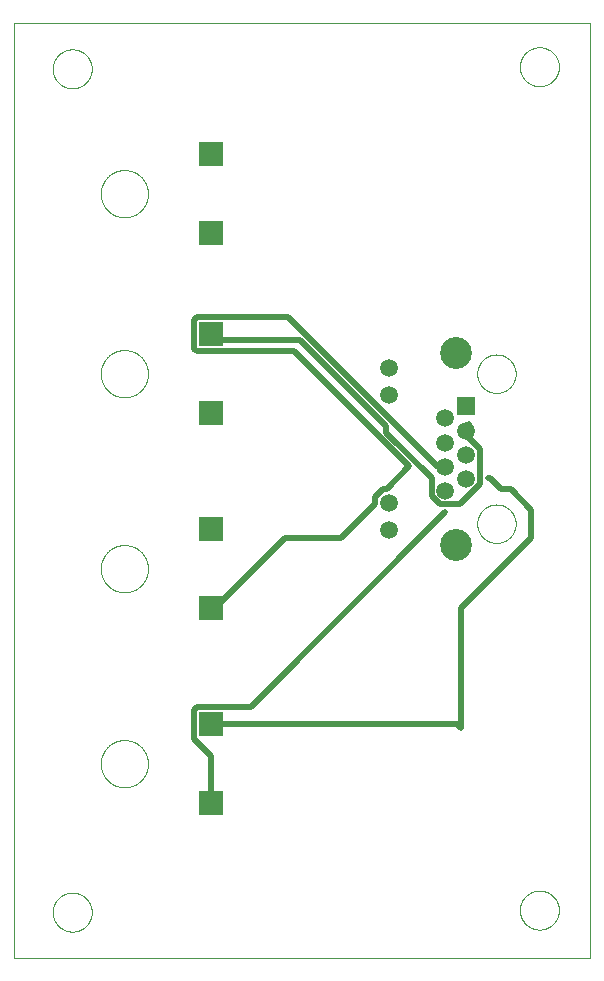
<source format=gbl>
G75*
%MOIN*%
%OFA0B0*%
%FSLAX25Y25*%
%IPPOS*%
%LPD*%
%AMOC8*
5,1,8,0,0,1.08239X$1,22.5*
%
%ADD10C,0.00000*%
%ADD11R,0.05937X0.05937*%
%ADD12C,0.05937*%
%ADD13C,0.10630*%
%ADD14R,0.08268X0.08268*%
%ADD15C,0.02000*%
D10*
X0001000Y0001000D02*
X0001000Y0312516D01*
X0192831Y0312516D01*
X0192831Y0001000D01*
X0001000Y0001000D01*
X0013791Y0016157D02*
X0013793Y0016318D01*
X0013799Y0016478D01*
X0013809Y0016639D01*
X0013823Y0016799D01*
X0013841Y0016959D01*
X0013862Y0017118D01*
X0013888Y0017277D01*
X0013918Y0017435D01*
X0013951Y0017592D01*
X0013989Y0017749D01*
X0014030Y0017904D01*
X0014075Y0018058D01*
X0014124Y0018211D01*
X0014177Y0018363D01*
X0014233Y0018514D01*
X0014294Y0018663D01*
X0014357Y0018811D01*
X0014425Y0018957D01*
X0014496Y0019101D01*
X0014570Y0019243D01*
X0014648Y0019384D01*
X0014730Y0019522D01*
X0014815Y0019659D01*
X0014903Y0019793D01*
X0014995Y0019925D01*
X0015090Y0020055D01*
X0015188Y0020183D01*
X0015289Y0020308D01*
X0015393Y0020430D01*
X0015500Y0020550D01*
X0015610Y0020667D01*
X0015723Y0020782D01*
X0015839Y0020893D01*
X0015958Y0021002D01*
X0016079Y0021107D01*
X0016203Y0021210D01*
X0016329Y0021310D01*
X0016457Y0021406D01*
X0016588Y0021499D01*
X0016722Y0021589D01*
X0016857Y0021676D01*
X0016995Y0021759D01*
X0017134Y0021839D01*
X0017276Y0021915D01*
X0017419Y0021988D01*
X0017564Y0022057D01*
X0017711Y0022123D01*
X0017859Y0022185D01*
X0018009Y0022243D01*
X0018160Y0022298D01*
X0018313Y0022349D01*
X0018467Y0022396D01*
X0018622Y0022439D01*
X0018778Y0022478D01*
X0018934Y0022514D01*
X0019092Y0022545D01*
X0019250Y0022573D01*
X0019409Y0022597D01*
X0019569Y0022617D01*
X0019729Y0022633D01*
X0019889Y0022645D01*
X0020050Y0022653D01*
X0020211Y0022657D01*
X0020371Y0022657D01*
X0020532Y0022653D01*
X0020693Y0022645D01*
X0020853Y0022633D01*
X0021013Y0022617D01*
X0021173Y0022597D01*
X0021332Y0022573D01*
X0021490Y0022545D01*
X0021648Y0022514D01*
X0021804Y0022478D01*
X0021960Y0022439D01*
X0022115Y0022396D01*
X0022269Y0022349D01*
X0022422Y0022298D01*
X0022573Y0022243D01*
X0022723Y0022185D01*
X0022871Y0022123D01*
X0023018Y0022057D01*
X0023163Y0021988D01*
X0023306Y0021915D01*
X0023448Y0021839D01*
X0023587Y0021759D01*
X0023725Y0021676D01*
X0023860Y0021589D01*
X0023994Y0021499D01*
X0024125Y0021406D01*
X0024253Y0021310D01*
X0024379Y0021210D01*
X0024503Y0021107D01*
X0024624Y0021002D01*
X0024743Y0020893D01*
X0024859Y0020782D01*
X0024972Y0020667D01*
X0025082Y0020550D01*
X0025189Y0020430D01*
X0025293Y0020308D01*
X0025394Y0020183D01*
X0025492Y0020055D01*
X0025587Y0019925D01*
X0025679Y0019793D01*
X0025767Y0019659D01*
X0025852Y0019522D01*
X0025934Y0019384D01*
X0026012Y0019243D01*
X0026086Y0019101D01*
X0026157Y0018957D01*
X0026225Y0018811D01*
X0026288Y0018663D01*
X0026349Y0018514D01*
X0026405Y0018363D01*
X0026458Y0018211D01*
X0026507Y0018058D01*
X0026552Y0017904D01*
X0026593Y0017749D01*
X0026631Y0017592D01*
X0026664Y0017435D01*
X0026694Y0017277D01*
X0026720Y0017118D01*
X0026741Y0016959D01*
X0026759Y0016799D01*
X0026773Y0016639D01*
X0026783Y0016478D01*
X0026789Y0016318D01*
X0026791Y0016157D01*
X0026789Y0015996D01*
X0026783Y0015836D01*
X0026773Y0015675D01*
X0026759Y0015515D01*
X0026741Y0015355D01*
X0026720Y0015196D01*
X0026694Y0015037D01*
X0026664Y0014879D01*
X0026631Y0014722D01*
X0026593Y0014565D01*
X0026552Y0014410D01*
X0026507Y0014256D01*
X0026458Y0014103D01*
X0026405Y0013951D01*
X0026349Y0013800D01*
X0026288Y0013651D01*
X0026225Y0013503D01*
X0026157Y0013357D01*
X0026086Y0013213D01*
X0026012Y0013071D01*
X0025934Y0012930D01*
X0025852Y0012792D01*
X0025767Y0012655D01*
X0025679Y0012521D01*
X0025587Y0012389D01*
X0025492Y0012259D01*
X0025394Y0012131D01*
X0025293Y0012006D01*
X0025189Y0011884D01*
X0025082Y0011764D01*
X0024972Y0011647D01*
X0024859Y0011532D01*
X0024743Y0011421D01*
X0024624Y0011312D01*
X0024503Y0011207D01*
X0024379Y0011104D01*
X0024253Y0011004D01*
X0024125Y0010908D01*
X0023994Y0010815D01*
X0023860Y0010725D01*
X0023725Y0010638D01*
X0023587Y0010555D01*
X0023448Y0010475D01*
X0023306Y0010399D01*
X0023163Y0010326D01*
X0023018Y0010257D01*
X0022871Y0010191D01*
X0022723Y0010129D01*
X0022573Y0010071D01*
X0022422Y0010016D01*
X0022269Y0009965D01*
X0022115Y0009918D01*
X0021960Y0009875D01*
X0021804Y0009836D01*
X0021648Y0009800D01*
X0021490Y0009769D01*
X0021332Y0009741D01*
X0021173Y0009717D01*
X0021013Y0009697D01*
X0020853Y0009681D01*
X0020693Y0009669D01*
X0020532Y0009661D01*
X0020371Y0009657D01*
X0020211Y0009657D01*
X0020050Y0009661D01*
X0019889Y0009669D01*
X0019729Y0009681D01*
X0019569Y0009697D01*
X0019409Y0009717D01*
X0019250Y0009741D01*
X0019092Y0009769D01*
X0018934Y0009800D01*
X0018778Y0009836D01*
X0018622Y0009875D01*
X0018467Y0009918D01*
X0018313Y0009965D01*
X0018160Y0010016D01*
X0018009Y0010071D01*
X0017859Y0010129D01*
X0017711Y0010191D01*
X0017564Y0010257D01*
X0017419Y0010326D01*
X0017276Y0010399D01*
X0017134Y0010475D01*
X0016995Y0010555D01*
X0016857Y0010638D01*
X0016722Y0010725D01*
X0016588Y0010815D01*
X0016457Y0010908D01*
X0016329Y0011004D01*
X0016203Y0011104D01*
X0016079Y0011207D01*
X0015958Y0011312D01*
X0015839Y0011421D01*
X0015723Y0011532D01*
X0015610Y0011647D01*
X0015500Y0011764D01*
X0015393Y0011884D01*
X0015289Y0012006D01*
X0015188Y0012131D01*
X0015090Y0012259D01*
X0014995Y0012389D01*
X0014903Y0012521D01*
X0014815Y0012655D01*
X0014730Y0012792D01*
X0014648Y0012930D01*
X0014570Y0013071D01*
X0014496Y0013213D01*
X0014425Y0013357D01*
X0014357Y0013503D01*
X0014294Y0013651D01*
X0014233Y0013800D01*
X0014177Y0013951D01*
X0014124Y0014103D01*
X0014075Y0014256D01*
X0014030Y0014410D01*
X0013989Y0014565D01*
X0013951Y0014722D01*
X0013918Y0014879D01*
X0013888Y0015037D01*
X0013862Y0015196D01*
X0013841Y0015355D01*
X0013823Y0015515D01*
X0013809Y0015675D01*
X0013799Y0015836D01*
X0013793Y0015996D01*
X0013791Y0016157D01*
X0029799Y0065646D02*
X0029801Y0065839D01*
X0029808Y0066032D01*
X0029820Y0066225D01*
X0029837Y0066418D01*
X0029858Y0066610D01*
X0029884Y0066801D01*
X0029915Y0066992D01*
X0029950Y0067182D01*
X0029990Y0067371D01*
X0030035Y0067559D01*
X0030084Y0067746D01*
X0030138Y0067932D01*
X0030196Y0068116D01*
X0030259Y0068299D01*
X0030327Y0068480D01*
X0030398Y0068659D01*
X0030475Y0068837D01*
X0030555Y0069013D01*
X0030640Y0069186D01*
X0030729Y0069358D01*
X0030822Y0069527D01*
X0030919Y0069694D01*
X0031021Y0069859D01*
X0031126Y0070021D01*
X0031235Y0070180D01*
X0031349Y0070337D01*
X0031466Y0070490D01*
X0031586Y0070641D01*
X0031711Y0070789D01*
X0031839Y0070934D01*
X0031970Y0071075D01*
X0032105Y0071214D01*
X0032244Y0071349D01*
X0032385Y0071480D01*
X0032530Y0071608D01*
X0032678Y0071733D01*
X0032829Y0071853D01*
X0032982Y0071970D01*
X0033139Y0072084D01*
X0033298Y0072193D01*
X0033460Y0072298D01*
X0033625Y0072400D01*
X0033792Y0072497D01*
X0033961Y0072590D01*
X0034133Y0072679D01*
X0034306Y0072764D01*
X0034482Y0072844D01*
X0034660Y0072921D01*
X0034839Y0072992D01*
X0035020Y0073060D01*
X0035203Y0073123D01*
X0035387Y0073181D01*
X0035573Y0073235D01*
X0035760Y0073284D01*
X0035948Y0073329D01*
X0036137Y0073369D01*
X0036327Y0073404D01*
X0036518Y0073435D01*
X0036709Y0073461D01*
X0036901Y0073482D01*
X0037094Y0073499D01*
X0037287Y0073511D01*
X0037480Y0073518D01*
X0037673Y0073520D01*
X0037866Y0073518D01*
X0038059Y0073511D01*
X0038252Y0073499D01*
X0038445Y0073482D01*
X0038637Y0073461D01*
X0038828Y0073435D01*
X0039019Y0073404D01*
X0039209Y0073369D01*
X0039398Y0073329D01*
X0039586Y0073284D01*
X0039773Y0073235D01*
X0039959Y0073181D01*
X0040143Y0073123D01*
X0040326Y0073060D01*
X0040507Y0072992D01*
X0040686Y0072921D01*
X0040864Y0072844D01*
X0041040Y0072764D01*
X0041213Y0072679D01*
X0041385Y0072590D01*
X0041554Y0072497D01*
X0041721Y0072400D01*
X0041886Y0072298D01*
X0042048Y0072193D01*
X0042207Y0072084D01*
X0042364Y0071970D01*
X0042517Y0071853D01*
X0042668Y0071733D01*
X0042816Y0071608D01*
X0042961Y0071480D01*
X0043102Y0071349D01*
X0043241Y0071214D01*
X0043376Y0071075D01*
X0043507Y0070934D01*
X0043635Y0070789D01*
X0043760Y0070641D01*
X0043880Y0070490D01*
X0043997Y0070337D01*
X0044111Y0070180D01*
X0044220Y0070021D01*
X0044325Y0069859D01*
X0044427Y0069694D01*
X0044524Y0069527D01*
X0044617Y0069358D01*
X0044706Y0069186D01*
X0044791Y0069013D01*
X0044871Y0068837D01*
X0044948Y0068659D01*
X0045019Y0068480D01*
X0045087Y0068299D01*
X0045150Y0068116D01*
X0045208Y0067932D01*
X0045262Y0067746D01*
X0045311Y0067559D01*
X0045356Y0067371D01*
X0045396Y0067182D01*
X0045431Y0066992D01*
X0045462Y0066801D01*
X0045488Y0066610D01*
X0045509Y0066418D01*
X0045526Y0066225D01*
X0045538Y0066032D01*
X0045545Y0065839D01*
X0045547Y0065646D01*
X0045545Y0065453D01*
X0045538Y0065260D01*
X0045526Y0065067D01*
X0045509Y0064874D01*
X0045488Y0064682D01*
X0045462Y0064491D01*
X0045431Y0064300D01*
X0045396Y0064110D01*
X0045356Y0063921D01*
X0045311Y0063733D01*
X0045262Y0063546D01*
X0045208Y0063360D01*
X0045150Y0063176D01*
X0045087Y0062993D01*
X0045019Y0062812D01*
X0044948Y0062633D01*
X0044871Y0062455D01*
X0044791Y0062279D01*
X0044706Y0062106D01*
X0044617Y0061934D01*
X0044524Y0061765D01*
X0044427Y0061598D01*
X0044325Y0061433D01*
X0044220Y0061271D01*
X0044111Y0061112D01*
X0043997Y0060955D01*
X0043880Y0060802D01*
X0043760Y0060651D01*
X0043635Y0060503D01*
X0043507Y0060358D01*
X0043376Y0060217D01*
X0043241Y0060078D01*
X0043102Y0059943D01*
X0042961Y0059812D01*
X0042816Y0059684D01*
X0042668Y0059559D01*
X0042517Y0059439D01*
X0042364Y0059322D01*
X0042207Y0059208D01*
X0042048Y0059099D01*
X0041886Y0058994D01*
X0041721Y0058892D01*
X0041554Y0058795D01*
X0041385Y0058702D01*
X0041213Y0058613D01*
X0041040Y0058528D01*
X0040864Y0058448D01*
X0040686Y0058371D01*
X0040507Y0058300D01*
X0040326Y0058232D01*
X0040143Y0058169D01*
X0039959Y0058111D01*
X0039773Y0058057D01*
X0039586Y0058008D01*
X0039398Y0057963D01*
X0039209Y0057923D01*
X0039019Y0057888D01*
X0038828Y0057857D01*
X0038637Y0057831D01*
X0038445Y0057810D01*
X0038252Y0057793D01*
X0038059Y0057781D01*
X0037866Y0057774D01*
X0037673Y0057772D01*
X0037480Y0057774D01*
X0037287Y0057781D01*
X0037094Y0057793D01*
X0036901Y0057810D01*
X0036709Y0057831D01*
X0036518Y0057857D01*
X0036327Y0057888D01*
X0036137Y0057923D01*
X0035948Y0057963D01*
X0035760Y0058008D01*
X0035573Y0058057D01*
X0035387Y0058111D01*
X0035203Y0058169D01*
X0035020Y0058232D01*
X0034839Y0058300D01*
X0034660Y0058371D01*
X0034482Y0058448D01*
X0034306Y0058528D01*
X0034133Y0058613D01*
X0033961Y0058702D01*
X0033792Y0058795D01*
X0033625Y0058892D01*
X0033460Y0058994D01*
X0033298Y0059099D01*
X0033139Y0059208D01*
X0032982Y0059322D01*
X0032829Y0059439D01*
X0032678Y0059559D01*
X0032530Y0059684D01*
X0032385Y0059812D01*
X0032244Y0059943D01*
X0032105Y0060078D01*
X0031970Y0060217D01*
X0031839Y0060358D01*
X0031711Y0060503D01*
X0031586Y0060651D01*
X0031466Y0060802D01*
X0031349Y0060955D01*
X0031235Y0061112D01*
X0031126Y0061271D01*
X0031021Y0061433D01*
X0030919Y0061598D01*
X0030822Y0061765D01*
X0030729Y0061934D01*
X0030640Y0062106D01*
X0030555Y0062279D01*
X0030475Y0062455D01*
X0030398Y0062633D01*
X0030327Y0062812D01*
X0030259Y0062993D01*
X0030196Y0063176D01*
X0030138Y0063360D01*
X0030084Y0063546D01*
X0030035Y0063733D01*
X0029990Y0063921D01*
X0029950Y0064110D01*
X0029915Y0064300D01*
X0029884Y0064491D01*
X0029858Y0064682D01*
X0029837Y0064874D01*
X0029820Y0065067D01*
X0029808Y0065260D01*
X0029801Y0065453D01*
X0029799Y0065646D01*
X0029799Y0130646D02*
X0029801Y0130839D01*
X0029808Y0131032D01*
X0029820Y0131225D01*
X0029837Y0131418D01*
X0029858Y0131610D01*
X0029884Y0131801D01*
X0029915Y0131992D01*
X0029950Y0132182D01*
X0029990Y0132371D01*
X0030035Y0132559D01*
X0030084Y0132746D01*
X0030138Y0132932D01*
X0030196Y0133116D01*
X0030259Y0133299D01*
X0030327Y0133480D01*
X0030398Y0133659D01*
X0030475Y0133837D01*
X0030555Y0134013D01*
X0030640Y0134186D01*
X0030729Y0134358D01*
X0030822Y0134527D01*
X0030919Y0134694D01*
X0031021Y0134859D01*
X0031126Y0135021D01*
X0031235Y0135180D01*
X0031349Y0135337D01*
X0031466Y0135490D01*
X0031586Y0135641D01*
X0031711Y0135789D01*
X0031839Y0135934D01*
X0031970Y0136075D01*
X0032105Y0136214D01*
X0032244Y0136349D01*
X0032385Y0136480D01*
X0032530Y0136608D01*
X0032678Y0136733D01*
X0032829Y0136853D01*
X0032982Y0136970D01*
X0033139Y0137084D01*
X0033298Y0137193D01*
X0033460Y0137298D01*
X0033625Y0137400D01*
X0033792Y0137497D01*
X0033961Y0137590D01*
X0034133Y0137679D01*
X0034306Y0137764D01*
X0034482Y0137844D01*
X0034660Y0137921D01*
X0034839Y0137992D01*
X0035020Y0138060D01*
X0035203Y0138123D01*
X0035387Y0138181D01*
X0035573Y0138235D01*
X0035760Y0138284D01*
X0035948Y0138329D01*
X0036137Y0138369D01*
X0036327Y0138404D01*
X0036518Y0138435D01*
X0036709Y0138461D01*
X0036901Y0138482D01*
X0037094Y0138499D01*
X0037287Y0138511D01*
X0037480Y0138518D01*
X0037673Y0138520D01*
X0037866Y0138518D01*
X0038059Y0138511D01*
X0038252Y0138499D01*
X0038445Y0138482D01*
X0038637Y0138461D01*
X0038828Y0138435D01*
X0039019Y0138404D01*
X0039209Y0138369D01*
X0039398Y0138329D01*
X0039586Y0138284D01*
X0039773Y0138235D01*
X0039959Y0138181D01*
X0040143Y0138123D01*
X0040326Y0138060D01*
X0040507Y0137992D01*
X0040686Y0137921D01*
X0040864Y0137844D01*
X0041040Y0137764D01*
X0041213Y0137679D01*
X0041385Y0137590D01*
X0041554Y0137497D01*
X0041721Y0137400D01*
X0041886Y0137298D01*
X0042048Y0137193D01*
X0042207Y0137084D01*
X0042364Y0136970D01*
X0042517Y0136853D01*
X0042668Y0136733D01*
X0042816Y0136608D01*
X0042961Y0136480D01*
X0043102Y0136349D01*
X0043241Y0136214D01*
X0043376Y0136075D01*
X0043507Y0135934D01*
X0043635Y0135789D01*
X0043760Y0135641D01*
X0043880Y0135490D01*
X0043997Y0135337D01*
X0044111Y0135180D01*
X0044220Y0135021D01*
X0044325Y0134859D01*
X0044427Y0134694D01*
X0044524Y0134527D01*
X0044617Y0134358D01*
X0044706Y0134186D01*
X0044791Y0134013D01*
X0044871Y0133837D01*
X0044948Y0133659D01*
X0045019Y0133480D01*
X0045087Y0133299D01*
X0045150Y0133116D01*
X0045208Y0132932D01*
X0045262Y0132746D01*
X0045311Y0132559D01*
X0045356Y0132371D01*
X0045396Y0132182D01*
X0045431Y0131992D01*
X0045462Y0131801D01*
X0045488Y0131610D01*
X0045509Y0131418D01*
X0045526Y0131225D01*
X0045538Y0131032D01*
X0045545Y0130839D01*
X0045547Y0130646D01*
X0045545Y0130453D01*
X0045538Y0130260D01*
X0045526Y0130067D01*
X0045509Y0129874D01*
X0045488Y0129682D01*
X0045462Y0129491D01*
X0045431Y0129300D01*
X0045396Y0129110D01*
X0045356Y0128921D01*
X0045311Y0128733D01*
X0045262Y0128546D01*
X0045208Y0128360D01*
X0045150Y0128176D01*
X0045087Y0127993D01*
X0045019Y0127812D01*
X0044948Y0127633D01*
X0044871Y0127455D01*
X0044791Y0127279D01*
X0044706Y0127106D01*
X0044617Y0126934D01*
X0044524Y0126765D01*
X0044427Y0126598D01*
X0044325Y0126433D01*
X0044220Y0126271D01*
X0044111Y0126112D01*
X0043997Y0125955D01*
X0043880Y0125802D01*
X0043760Y0125651D01*
X0043635Y0125503D01*
X0043507Y0125358D01*
X0043376Y0125217D01*
X0043241Y0125078D01*
X0043102Y0124943D01*
X0042961Y0124812D01*
X0042816Y0124684D01*
X0042668Y0124559D01*
X0042517Y0124439D01*
X0042364Y0124322D01*
X0042207Y0124208D01*
X0042048Y0124099D01*
X0041886Y0123994D01*
X0041721Y0123892D01*
X0041554Y0123795D01*
X0041385Y0123702D01*
X0041213Y0123613D01*
X0041040Y0123528D01*
X0040864Y0123448D01*
X0040686Y0123371D01*
X0040507Y0123300D01*
X0040326Y0123232D01*
X0040143Y0123169D01*
X0039959Y0123111D01*
X0039773Y0123057D01*
X0039586Y0123008D01*
X0039398Y0122963D01*
X0039209Y0122923D01*
X0039019Y0122888D01*
X0038828Y0122857D01*
X0038637Y0122831D01*
X0038445Y0122810D01*
X0038252Y0122793D01*
X0038059Y0122781D01*
X0037866Y0122774D01*
X0037673Y0122772D01*
X0037480Y0122774D01*
X0037287Y0122781D01*
X0037094Y0122793D01*
X0036901Y0122810D01*
X0036709Y0122831D01*
X0036518Y0122857D01*
X0036327Y0122888D01*
X0036137Y0122923D01*
X0035948Y0122963D01*
X0035760Y0123008D01*
X0035573Y0123057D01*
X0035387Y0123111D01*
X0035203Y0123169D01*
X0035020Y0123232D01*
X0034839Y0123300D01*
X0034660Y0123371D01*
X0034482Y0123448D01*
X0034306Y0123528D01*
X0034133Y0123613D01*
X0033961Y0123702D01*
X0033792Y0123795D01*
X0033625Y0123892D01*
X0033460Y0123994D01*
X0033298Y0124099D01*
X0033139Y0124208D01*
X0032982Y0124322D01*
X0032829Y0124439D01*
X0032678Y0124559D01*
X0032530Y0124684D01*
X0032385Y0124812D01*
X0032244Y0124943D01*
X0032105Y0125078D01*
X0031970Y0125217D01*
X0031839Y0125358D01*
X0031711Y0125503D01*
X0031586Y0125651D01*
X0031466Y0125802D01*
X0031349Y0125955D01*
X0031235Y0126112D01*
X0031126Y0126271D01*
X0031021Y0126433D01*
X0030919Y0126598D01*
X0030822Y0126765D01*
X0030729Y0126934D01*
X0030640Y0127106D01*
X0030555Y0127279D01*
X0030475Y0127455D01*
X0030398Y0127633D01*
X0030327Y0127812D01*
X0030259Y0127993D01*
X0030196Y0128176D01*
X0030138Y0128360D01*
X0030084Y0128546D01*
X0030035Y0128733D01*
X0029990Y0128921D01*
X0029950Y0129110D01*
X0029915Y0129300D01*
X0029884Y0129491D01*
X0029858Y0129682D01*
X0029837Y0129874D01*
X0029820Y0130067D01*
X0029808Y0130260D01*
X0029801Y0130453D01*
X0029799Y0130646D01*
X0029799Y0195646D02*
X0029801Y0195839D01*
X0029808Y0196032D01*
X0029820Y0196225D01*
X0029837Y0196418D01*
X0029858Y0196610D01*
X0029884Y0196801D01*
X0029915Y0196992D01*
X0029950Y0197182D01*
X0029990Y0197371D01*
X0030035Y0197559D01*
X0030084Y0197746D01*
X0030138Y0197932D01*
X0030196Y0198116D01*
X0030259Y0198299D01*
X0030327Y0198480D01*
X0030398Y0198659D01*
X0030475Y0198837D01*
X0030555Y0199013D01*
X0030640Y0199186D01*
X0030729Y0199358D01*
X0030822Y0199527D01*
X0030919Y0199694D01*
X0031021Y0199859D01*
X0031126Y0200021D01*
X0031235Y0200180D01*
X0031349Y0200337D01*
X0031466Y0200490D01*
X0031586Y0200641D01*
X0031711Y0200789D01*
X0031839Y0200934D01*
X0031970Y0201075D01*
X0032105Y0201214D01*
X0032244Y0201349D01*
X0032385Y0201480D01*
X0032530Y0201608D01*
X0032678Y0201733D01*
X0032829Y0201853D01*
X0032982Y0201970D01*
X0033139Y0202084D01*
X0033298Y0202193D01*
X0033460Y0202298D01*
X0033625Y0202400D01*
X0033792Y0202497D01*
X0033961Y0202590D01*
X0034133Y0202679D01*
X0034306Y0202764D01*
X0034482Y0202844D01*
X0034660Y0202921D01*
X0034839Y0202992D01*
X0035020Y0203060D01*
X0035203Y0203123D01*
X0035387Y0203181D01*
X0035573Y0203235D01*
X0035760Y0203284D01*
X0035948Y0203329D01*
X0036137Y0203369D01*
X0036327Y0203404D01*
X0036518Y0203435D01*
X0036709Y0203461D01*
X0036901Y0203482D01*
X0037094Y0203499D01*
X0037287Y0203511D01*
X0037480Y0203518D01*
X0037673Y0203520D01*
X0037866Y0203518D01*
X0038059Y0203511D01*
X0038252Y0203499D01*
X0038445Y0203482D01*
X0038637Y0203461D01*
X0038828Y0203435D01*
X0039019Y0203404D01*
X0039209Y0203369D01*
X0039398Y0203329D01*
X0039586Y0203284D01*
X0039773Y0203235D01*
X0039959Y0203181D01*
X0040143Y0203123D01*
X0040326Y0203060D01*
X0040507Y0202992D01*
X0040686Y0202921D01*
X0040864Y0202844D01*
X0041040Y0202764D01*
X0041213Y0202679D01*
X0041385Y0202590D01*
X0041554Y0202497D01*
X0041721Y0202400D01*
X0041886Y0202298D01*
X0042048Y0202193D01*
X0042207Y0202084D01*
X0042364Y0201970D01*
X0042517Y0201853D01*
X0042668Y0201733D01*
X0042816Y0201608D01*
X0042961Y0201480D01*
X0043102Y0201349D01*
X0043241Y0201214D01*
X0043376Y0201075D01*
X0043507Y0200934D01*
X0043635Y0200789D01*
X0043760Y0200641D01*
X0043880Y0200490D01*
X0043997Y0200337D01*
X0044111Y0200180D01*
X0044220Y0200021D01*
X0044325Y0199859D01*
X0044427Y0199694D01*
X0044524Y0199527D01*
X0044617Y0199358D01*
X0044706Y0199186D01*
X0044791Y0199013D01*
X0044871Y0198837D01*
X0044948Y0198659D01*
X0045019Y0198480D01*
X0045087Y0198299D01*
X0045150Y0198116D01*
X0045208Y0197932D01*
X0045262Y0197746D01*
X0045311Y0197559D01*
X0045356Y0197371D01*
X0045396Y0197182D01*
X0045431Y0196992D01*
X0045462Y0196801D01*
X0045488Y0196610D01*
X0045509Y0196418D01*
X0045526Y0196225D01*
X0045538Y0196032D01*
X0045545Y0195839D01*
X0045547Y0195646D01*
X0045545Y0195453D01*
X0045538Y0195260D01*
X0045526Y0195067D01*
X0045509Y0194874D01*
X0045488Y0194682D01*
X0045462Y0194491D01*
X0045431Y0194300D01*
X0045396Y0194110D01*
X0045356Y0193921D01*
X0045311Y0193733D01*
X0045262Y0193546D01*
X0045208Y0193360D01*
X0045150Y0193176D01*
X0045087Y0192993D01*
X0045019Y0192812D01*
X0044948Y0192633D01*
X0044871Y0192455D01*
X0044791Y0192279D01*
X0044706Y0192106D01*
X0044617Y0191934D01*
X0044524Y0191765D01*
X0044427Y0191598D01*
X0044325Y0191433D01*
X0044220Y0191271D01*
X0044111Y0191112D01*
X0043997Y0190955D01*
X0043880Y0190802D01*
X0043760Y0190651D01*
X0043635Y0190503D01*
X0043507Y0190358D01*
X0043376Y0190217D01*
X0043241Y0190078D01*
X0043102Y0189943D01*
X0042961Y0189812D01*
X0042816Y0189684D01*
X0042668Y0189559D01*
X0042517Y0189439D01*
X0042364Y0189322D01*
X0042207Y0189208D01*
X0042048Y0189099D01*
X0041886Y0188994D01*
X0041721Y0188892D01*
X0041554Y0188795D01*
X0041385Y0188702D01*
X0041213Y0188613D01*
X0041040Y0188528D01*
X0040864Y0188448D01*
X0040686Y0188371D01*
X0040507Y0188300D01*
X0040326Y0188232D01*
X0040143Y0188169D01*
X0039959Y0188111D01*
X0039773Y0188057D01*
X0039586Y0188008D01*
X0039398Y0187963D01*
X0039209Y0187923D01*
X0039019Y0187888D01*
X0038828Y0187857D01*
X0038637Y0187831D01*
X0038445Y0187810D01*
X0038252Y0187793D01*
X0038059Y0187781D01*
X0037866Y0187774D01*
X0037673Y0187772D01*
X0037480Y0187774D01*
X0037287Y0187781D01*
X0037094Y0187793D01*
X0036901Y0187810D01*
X0036709Y0187831D01*
X0036518Y0187857D01*
X0036327Y0187888D01*
X0036137Y0187923D01*
X0035948Y0187963D01*
X0035760Y0188008D01*
X0035573Y0188057D01*
X0035387Y0188111D01*
X0035203Y0188169D01*
X0035020Y0188232D01*
X0034839Y0188300D01*
X0034660Y0188371D01*
X0034482Y0188448D01*
X0034306Y0188528D01*
X0034133Y0188613D01*
X0033961Y0188702D01*
X0033792Y0188795D01*
X0033625Y0188892D01*
X0033460Y0188994D01*
X0033298Y0189099D01*
X0033139Y0189208D01*
X0032982Y0189322D01*
X0032829Y0189439D01*
X0032678Y0189559D01*
X0032530Y0189684D01*
X0032385Y0189812D01*
X0032244Y0189943D01*
X0032105Y0190078D01*
X0031970Y0190217D01*
X0031839Y0190358D01*
X0031711Y0190503D01*
X0031586Y0190651D01*
X0031466Y0190802D01*
X0031349Y0190955D01*
X0031235Y0191112D01*
X0031126Y0191271D01*
X0031021Y0191433D01*
X0030919Y0191598D01*
X0030822Y0191765D01*
X0030729Y0191934D01*
X0030640Y0192106D01*
X0030555Y0192279D01*
X0030475Y0192455D01*
X0030398Y0192633D01*
X0030327Y0192812D01*
X0030259Y0192993D01*
X0030196Y0193176D01*
X0030138Y0193360D01*
X0030084Y0193546D01*
X0030035Y0193733D01*
X0029990Y0193921D01*
X0029950Y0194110D01*
X0029915Y0194300D01*
X0029884Y0194491D01*
X0029858Y0194682D01*
X0029837Y0194874D01*
X0029820Y0195067D01*
X0029808Y0195260D01*
X0029801Y0195453D01*
X0029799Y0195646D01*
X0029799Y0255646D02*
X0029801Y0255839D01*
X0029808Y0256032D01*
X0029820Y0256225D01*
X0029837Y0256418D01*
X0029858Y0256610D01*
X0029884Y0256801D01*
X0029915Y0256992D01*
X0029950Y0257182D01*
X0029990Y0257371D01*
X0030035Y0257559D01*
X0030084Y0257746D01*
X0030138Y0257932D01*
X0030196Y0258116D01*
X0030259Y0258299D01*
X0030327Y0258480D01*
X0030398Y0258659D01*
X0030475Y0258837D01*
X0030555Y0259013D01*
X0030640Y0259186D01*
X0030729Y0259358D01*
X0030822Y0259527D01*
X0030919Y0259694D01*
X0031021Y0259859D01*
X0031126Y0260021D01*
X0031235Y0260180D01*
X0031349Y0260337D01*
X0031466Y0260490D01*
X0031586Y0260641D01*
X0031711Y0260789D01*
X0031839Y0260934D01*
X0031970Y0261075D01*
X0032105Y0261214D01*
X0032244Y0261349D01*
X0032385Y0261480D01*
X0032530Y0261608D01*
X0032678Y0261733D01*
X0032829Y0261853D01*
X0032982Y0261970D01*
X0033139Y0262084D01*
X0033298Y0262193D01*
X0033460Y0262298D01*
X0033625Y0262400D01*
X0033792Y0262497D01*
X0033961Y0262590D01*
X0034133Y0262679D01*
X0034306Y0262764D01*
X0034482Y0262844D01*
X0034660Y0262921D01*
X0034839Y0262992D01*
X0035020Y0263060D01*
X0035203Y0263123D01*
X0035387Y0263181D01*
X0035573Y0263235D01*
X0035760Y0263284D01*
X0035948Y0263329D01*
X0036137Y0263369D01*
X0036327Y0263404D01*
X0036518Y0263435D01*
X0036709Y0263461D01*
X0036901Y0263482D01*
X0037094Y0263499D01*
X0037287Y0263511D01*
X0037480Y0263518D01*
X0037673Y0263520D01*
X0037866Y0263518D01*
X0038059Y0263511D01*
X0038252Y0263499D01*
X0038445Y0263482D01*
X0038637Y0263461D01*
X0038828Y0263435D01*
X0039019Y0263404D01*
X0039209Y0263369D01*
X0039398Y0263329D01*
X0039586Y0263284D01*
X0039773Y0263235D01*
X0039959Y0263181D01*
X0040143Y0263123D01*
X0040326Y0263060D01*
X0040507Y0262992D01*
X0040686Y0262921D01*
X0040864Y0262844D01*
X0041040Y0262764D01*
X0041213Y0262679D01*
X0041385Y0262590D01*
X0041554Y0262497D01*
X0041721Y0262400D01*
X0041886Y0262298D01*
X0042048Y0262193D01*
X0042207Y0262084D01*
X0042364Y0261970D01*
X0042517Y0261853D01*
X0042668Y0261733D01*
X0042816Y0261608D01*
X0042961Y0261480D01*
X0043102Y0261349D01*
X0043241Y0261214D01*
X0043376Y0261075D01*
X0043507Y0260934D01*
X0043635Y0260789D01*
X0043760Y0260641D01*
X0043880Y0260490D01*
X0043997Y0260337D01*
X0044111Y0260180D01*
X0044220Y0260021D01*
X0044325Y0259859D01*
X0044427Y0259694D01*
X0044524Y0259527D01*
X0044617Y0259358D01*
X0044706Y0259186D01*
X0044791Y0259013D01*
X0044871Y0258837D01*
X0044948Y0258659D01*
X0045019Y0258480D01*
X0045087Y0258299D01*
X0045150Y0258116D01*
X0045208Y0257932D01*
X0045262Y0257746D01*
X0045311Y0257559D01*
X0045356Y0257371D01*
X0045396Y0257182D01*
X0045431Y0256992D01*
X0045462Y0256801D01*
X0045488Y0256610D01*
X0045509Y0256418D01*
X0045526Y0256225D01*
X0045538Y0256032D01*
X0045545Y0255839D01*
X0045547Y0255646D01*
X0045545Y0255453D01*
X0045538Y0255260D01*
X0045526Y0255067D01*
X0045509Y0254874D01*
X0045488Y0254682D01*
X0045462Y0254491D01*
X0045431Y0254300D01*
X0045396Y0254110D01*
X0045356Y0253921D01*
X0045311Y0253733D01*
X0045262Y0253546D01*
X0045208Y0253360D01*
X0045150Y0253176D01*
X0045087Y0252993D01*
X0045019Y0252812D01*
X0044948Y0252633D01*
X0044871Y0252455D01*
X0044791Y0252279D01*
X0044706Y0252106D01*
X0044617Y0251934D01*
X0044524Y0251765D01*
X0044427Y0251598D01*
X0044325Y0251433D01*
X0044220Y0251271D01*
X0044111Y0251112D01*
X0043997Y0250955D01*
X0043880Y0250802D01*
X0043760Y0250651D01*
X0043635Y0250503D01*
X0043507Y0250358D01*
X0043376Y0250217D01*
X0043241Y0250078D01*
X0043102Y0249943D01*
X0042961Y0249812D01*
X0042816Y0249684D01*
X0042668Y0249559D01*
X0042517Y0249439D01*
X0042364Y0249322D01*
X0042207Y0249208D01*
X0042048Y0249099D01*
X0041886Y0248994D01*
X0041721Y0248892D01*
X0041554Y0248795D01*
X0041385Y0248702D01*
X0041213Y0248613D01*
X0041040Y0248528D01*
X0040864Y0248448D01*
X0040686Y0248371D01*
X0040507Y0248300D01*
X0040326Y0248232D01*
X0040143Y0248169D01*
X0039959Y0248111D01*
X0039773Y0248057D01*
X0039586Y0248008D01*
X0039398Y0247963D01*
X0039209Y0247923D01*
X0039019Y0247888D01*
X0038828Y0247857D01*
X0038637Y0247831D01*
X0038445Y0247810D01*
X0038252Y0247793D01*
X0038059Y0247781D01*
X0037866Y0247774D01*
X0037673Y0247772D01*
X0037480Y0247774D01*
X0037287Y0247781D01*
X0037094Y0247793D01*
X0036901Y0247810D01*
X0036709Y0247831D01*
X0036518Y0247857D01*
X0036327Y0247888D01*
X0036137Y0247923D01*
X0035948Y0247963D01*
X0035760Y0248008D01*
X0035573Y0248057D01*
X0035387Y0248111D01*
X0035203Y0248169D01*
X0035020Y0248232D01*
X0034839Y0248300D01*
X0034660Y0248371D01*
X0034482Y0248448D01*
X0034306Y0248528D01*
X0034133Y0248613D01*
X0033961Y0248702D01*
X0033792Y0248795D01*
X0033625Y0248892D01*
X0033460Y0248994D01*
X0033298Y0249099D01*
X0033139Y0249208D01*
X0032982Y0249322D01*
X0032829Y0249439D01*
X0032678Y0249559D01*
X0032530Y0249684D01*
X0032385Y0249812D01*
X0032244Y0249943D01*
X0032105Y0250078D01*
X0031970Y0250217D01*
X0031839Y0250358D01*
X0031711Y0250503D01*
X0031586Y0250651D01*
X0031466Y0250802D01*
X0031349Y0250955D01*
X0031235Y0251112D01*
X0031126Y0251271D01*
X0031021Y0251433D01*
X0030919Y0251598D01*
X0030822Y0251765D01*
X0030729Y0251934D01*
X0030640Y0252106D01*
X0030555Y0252279D01*
X0030475Y0252455D01*
X0030398Y0252633D01*
X0030327Y0252812D01*
X0030259Y0252993D01*
X0030196Y0253176D01*
X0030138Y0253360D01*
X0030084Y0253546D01*
X0030035Y0253733D01*
X0029990Y0253921D01*
X0029950Y0254110D01*
X0029915Y0254300D01*
X0029884Y0254491D01*
X0029858Y0254682D01*
X0029837Y0254874D01*
X0029820Y0255067D01*
X0029808Y0255260D01*
X0029801Y0255453D01*
X0029799Y0255646D01*
X0013791Y0297260D02*
X0013793Y0297421D01*
X0013799Y0297581D01*
X0013809Y0297742D01*
X0013823Y0297902D01*
X0013841Y0298062D01*
X0013862Y0298221D01*
X0013888Y0298380D01*
X0013918Y0298538D01*
X0013951Y0298695D01*
X0013989Y0298852D01*
X0014030Y0299007D01*
X0014075Y0299161D01*
X0014124Y0299314D01*
X0014177Y0299466D01*
X0014233Y0299617D01*
X0014294Y0299766D01*
X0014357Y0299914D01*
X0014425Y0300060D01*
X0014496Y0300204D01*
X0014570Y0300346D01*
X0014648Y0300487D01*
X0014730Y0300625D01*
X0014815Y0300762D01*
X0014903Y0300896D01*
X0014995Y0301028D01*
X0015090Y0301158D01*
X0015188Y0301286D01*
X0015289Y0301411D01*
X0015393Y0301533D01*
X0015500Y0301653D01*
X0015610Y0301770D01*
X0015723Y0301885D01*
X0015839Y0301996D01*
X0015958Y0302105D01*
X0016079Y0302210D01*
X0016203Y0302313D01*
X0016329Y0302413D01*
X0016457Y0302509D01*
X0016588Y0302602D01*
X0016722Y0302692D01*
X0016857Y0302779D01*
X0016995Y0302862D01*
X0017134Y0302942D01*
X0017276Y0303018D01*
X0017419Y0303091D01*
X0017564Y0303160D01*
X0017711Y0303226D01*
X0017859Y0303288D01*
X0018009Y0303346D01*
X0018160Y0303401D01*
X0018313Y0303452D01*
X0018467Y0303499D01*
X0018622Y0303542D01*
X0018778Y0303581D01*
X0018934Y0303617D01*
X0019092Y0303648D01*
X0019250Y0303676D01*
X0019409Y0303700D01*
X0019569Y0303720D01*
X0019729Y0303736D01*
X0019889Y0303748D01*
X0020050Y0303756D01*
X0020211Y0303760D01*
X0020371Y0303760D01*
X0020532Y0303756D01*
X0020693Y0303748D01*
X0020853Y0303736D01*
X0021013Y0303720D01*
X0021173Y0303700D01*
X0021332Y0303676D01*
X0021490Y0303648D01*
X0021648Y0303617D01*
X0021804Y0303581D01*
X0021960Y0303542D01*
X0022115Y0303499D01*
X0022269Y0303452D01*
X0022422Y0303401D01*
X0022573Y0303346D01*
X0022723Y0303288D01*
X0022871Y0303226D01*
X0023018Y0303160D01*
X0023163Y0303091D01*
X0023306Y0303018D01*
X0023448Y0302942D01*
X0023587Y0302862D01*
X0023725Y0302779D01*
X0023860Y0302692D01*
X0023994Y0302602D01*
X0024125Y0302509D01*
X0024253Y0302413D01*
X0024379Y0302313D01*
X0024503Y0302210D01*
X0024624Y0302105D01*
X0024743Y0301996D01*
X0024859Y0301885D01*
X0024972Y0301770D01*
X0025082Y0301653D01*
X0025189Y0301533D01*
X0025293Y0301411D01*
X0025394Y0301286D01*
X0025492Y0301158D01*
X0025587Y0301028D01*
X0025679Y0300896D01*
X0025767Y0300762D01*
X0025852Y0300625D01*
X0025934Y0300487D01*
X0026012Y0300346D01*
X0026086Y0300204D01*
X0026157Y0300060D01*
X0026225Y0299914D01*
X0026288Y0299766D01*
X0026349Y0299617D01*
X0026405Y0299466D01*
X0026458Y0299314D01*
X0026507Y0299161D01*
X0026552Y0299007D01*
X0026593Y0298852D01*
X0026631Y0298695D01*
X0026664Y0298538D01*
X0026694Y0298380D01*
X0026720Y0298221D01*
X0026741Y0298062D01*
X0026759Y0297902D01*
X0026773Y0297742D01*
X0026783Y0297581D01*
X0026789Y0297421D01*
X0026791Y0297260D01*
X0026789Y0297099D01*
X0026783Y0296939D01*
X0026773Y0296778D01*
X0026759Y0296618D01*
X0026741Y0296458D01*
X0026720Y0296299D01*
X0026694Y0296140D01*
X0026664Y0295982D01*
X0026631Y0295825D01*
X0026593Y0295668D01*
X0026552Y0295513D01*
X0026507Y0295359D01*
X0026458Y0295206D01*
X0026405Y0295054D01*
X0026349Y0294903D01*
X0026288Y0294754D01*
X0026225Y0294606D01*
X0026157Y0294460D01*
X0026086Y0294316D01*
X0026012Y0294174D01*
X0025934Y0294033D01*
X0025852Y0293895D01*
X0025767Y0293758D01*
X0025679Y0293624D01*
X0025587Y0293492D01*
X0025492Y0293362D01*
X0025394Y0293234D01*
X0025293Y0293109D01*
X0025189Y0292987D01*
X0025082Y0292867D01*
X0024972Y0292750D01*
X0024859Y0292635D01*
X0024743Y0292524D01*
X0024624Y0292415D01*
X0024503Y0292310D01*
X0024379Y0292207D01*
X0024253Y0292107D01*
X0024125Y0292011D01*
X0023994Y0291918D01*
X0023860Y0291828D01*
X0023725Y0291741D01*
X0023587Y0291658D01*
X0023448Y0291578D01*
X0023306Y0291502D01*
X0023163Y0291429D01*
X0023018Y0291360D01*
X0022871Y0291294D01*
X0022723Y0291232D01*
X0022573Y0291174D01*
X0022422Y0291119D01*
X0022269Y0291068D01*
X0022115Y0291021D01*
X0021960Y0290978D01*
X0021804Y0290939D01*
X0021648Y0290903D01*
X0021490Y0290872D01*
X0021332Y0290844D01*
X0021173Y0290820D01*
X0021013Y0290800D01*
X0020853Y0290784D01*
X0020693Y0290772D01*
X0020532Y0290764D01*
X0020371Y0290760D01*
X0020211Y0290760D01*
X0020050Y0290764D01*
X0019889Y0290772D01*
X0019729Y0290784D01*
X0019569Y0290800D01*
X0019409Y0290820D01*
X0019250Y0290844D01*
X0019092Y0290872D01*
X0018934Y0290903D01*
X0018778Y0290939D01*
X0018622Y0290978D01*
X0018467Y0291021D01*
X0018313Y0291068D01*
X0018160Y0291119D01*
X0018009Y0291174D01*
X0017859Y0291232D01*
X0017711Y0291294D01*
X0017564Y0291360D01*
X0017419Y0291429D01*
X0017276Y0291502D01*
X0017134Y0291578D01*
X0016995Y0291658D01*
X0016857Y0291741D01*
X0016722Y0291828D01*
X0016588Y0291918D01*
X0016457Y0292011D01*
X0016329Y0292107D01*
X0016203Y0292207D01*
X0016079Y0292310D01*
X0015958Y0292415D01*
X0015839Y0292524D01*
X0015723Y0292635D01*
X0015610Y0292750D01*
X0015500Y0292867D01*
X0015393Y0292987D01*
X0015289Y0293109D01*
X0015188Y0293234D01*
X0015090Y0293362D01*
X0014995Y0293492D01*
X0014903Y0293624D01*
X0014815Y0293758D01*
X0014730Y0293895D01*
X0014648Y0294033D01*
X0014570Y0294174D01*
X0014496Y0294316D01*
X0014425Y0294460D01*
X0014357Y0294606D01*
X0014294Y0294754D01*
X0014233Y0294903D01*
X0014177Y0295054D01*
X0014124Y0295206D01*
X0014075Y0295359D01*
X0014030Y0295513D01*
X0013989Y0295668D01*
X0013951Y0295825D01*
X0013918Y0295982D01*
X0013888Y0296140D01*
X0013862Y0296299D01*
X0013841Y0296458D01*
X0013823Y0296618D01*
X0013809Y0296778D01*
X0013799Y0296939D01*
X0013793Y0297099D01*
X0013791Y0297260D01*
X0155291Y0195646D02*
X0155293Y0195806D01*
X0155299Y0195965D01*
X0155309Y0196124D01*
X0155323Y0196283D01*
X0155341Y0196442D01*
X0155362Y0196600D01*
X0155388Y0196757D01*
X0155418Y0196914D01*
X0155451Y0197070D01*
X0155489Y0197225D01*
X0155530Y0197379D01*
X0155575Y0197532D01*
X0155624Y0197684D01*
X0155677Y0197834D01*
X0155733Y0197983D01*
X0155793Y0198131D01*
X0155857Y0198277D01*
X0155925Y0198422D01*
X0155996Y0198565D01*
X0156070Y0198706D01*
X0156148Y0198845D01*
X0156230Y0198982D01*
X0156315Y0199117D01*
X0156403Y0199250D01*
X0156494Y0199381D01*
X0156589Y0199509D01*
X0156687Y0199635D01*
X0156788Y0199759D01*
X0156892Y0199879D01*
X0156999Y0199998D01*
X0157109Y0200113D01*
X0157222Y0200226D01*
X0157337Y0200336D01*
X0157456Y0200443D01*
X0157576Y0200547D01*
X0157700Y0200648D01*
X0157826Y0200746D01*
X0157954Y0200841D01*
X0158085Y0200932D01*
X0158218Y0201020D01*
X0158353Y0201105D01*
X0158490Y0201187D01*
X0158629Y0201265D01*
X0158770Y0201339D01*
X0158913Y0201410D01*
X0159058Y0201478D01*
X0159204Y0201542D01*
X0159352Y0201602D01*
X0159501Y0201658D01*
X0159651Y0201711D01*
X0159803Y0201760D01*
X0159956Y0201805D01*
X0160110Y0201846D01*
X0160265Y0201884D01*
X0160421Y0201917D01*
X0160578Y0201947D01*
X0160735Y0201973D01*
X0160893Y0201994D01*
X0161052Y0202012D01*
X0161211Y0202026D01*
X0161370Y0202036D01*
X0161529Y0202042D01*
X0161689Y0202044D01*
X0161849Y0202042D01*
X0162008Y0202036D01*
X0162167Y0202026D01*
X0162326Y0202012D01*
X0162485Y0201994D01*
X0162643Y0201973D01*
X0162800Y0201947D01*
X0162957Y0201917D01*
X0163113Y0201884D01*
X0163268Y0201846D01*
X0163422Y0201805D01*
X0163575Y0201760D01*
X0163727Y0201711D01*
X0163877Y0201658D01*
X0164026Y0201602D01*
X0164174Y0201542D01*
X0164320Y0201478D01*
X0164465Y0201410D01*
X0164608Y0201339D01*
X0164749Y0201265D01*
X0164888Y0201187D01*
X0165025Y0201105D01*
X0165160Y0201020D01*
X0165293Y0200932D01*
X0165424Y0200841D01*
X0165552Y0200746D01*
X0165678Y0200648D01*
X0165802Y0200547D01*
X0165922Y0200443D01*
X0166041Y0200336D01*
X0166156Y0200226D01*
X0166269Y0200113D01*
X0166379Y0199998D01*
X0166486Y0199879D01*
X0166590Y0199759D01*
X0166691Y0199635D01*
X0166789Y0199509D01*
X0166884Y0199381D01*
X0166975Y0199250D01*
X0167063Y0199117D01*
X0167148Y0198982D01*
X0167230Y0198845D01*
X0167308Y0198706D01*
X0167382Y0198565D01*
X0167453Y0198422D01*
X0167521Y0198277D01*
X0167585Y0198131D01*
X0167645Y0197983D01*
X0167701Y0197834D01*
X0167754Y0197684D01*
X0167803Y0197532D01*
X0167848Y0197379D01*
X0167889Y0197225D01*
X0167927Y0197070D01*
X0167960Y0196914D01*
X0167990Y0196757D01*
X0168016Y0196600D01*
X0168037Y0196442D01*
X0168055Y0196283D01*
X0168069Y0196124D01*
X0168079Y0195965D01*
X0168085Y0195806D01*
X0168087Y0195646D01*
X0168085Y0195486D01*
X0168079Y0195327D01*
X0168069Y0195168D01*
X0168055Y0195009D01*
X0168037Y0194850D01*
X0168016Y0194692D01*
X0167990Y0194535D01*
X0167960Y0194378D01*
X0167927Y0194222D01*
X0167889Y0194067D01*
X0167848Y0193913D01*
X0167803Y0193760D01*
X0167754Y0193608D01*
X0167701Y0193458D01*
X0167645Y0193309D01*
X0167585Y0193161D01*
X0167521Y0193015D01*
X0167453Y0192870D01*
X0167382Y0192727D01*
X0167308Y0192586D01*
X0167230Y0192447D01*
X0167148Y0192310D01*
X0167063Y0192175D01*
X0166975Y0192042D01*
X0166884Y0191911D01*
X0166789Y0191783D01*
X0166691Y0191657D01*
X0166590Y0191533D01*
X0166486Y0191413D01*
X0166379Y0191294D01*
X0166269Y0191179D01*
X0166156Y0191066D01*
X0166041Y0190956D01*
X0165922Y0190849D01*
X0165802Y0190745D01*
X0165678Y0190644D01*
X0165552Y0190546D01*
X0165424Y0190451D01*
X0165293Y0190360D01*
X0165160Y0190272D01*
X0165025Y0190187D01*
X0164888Y0190105D01*
X0164749Y0190027D01*
X0164608Y0189953D01*
X0164465Y0189882D01*
X0164320Y0189814D01*
X0164174Y0189750D01*
X0164026Y0189690D01*
X0163877Y0189634D01*
X0163727Y0189581D01*
X0163575Y0189532D01*
X0163422Y0189487D01*
X0163268Y0189446D01*
X0163113Y0189408D01*
X0162957Y0189375D01*
X0162800Y0189345D01*
X0162643Y0189319D01*
X0162485Y0189298D01*
X0162326Y0189280D01*
X0162167Y0189266D01*
X0162008Y0189256D01*
X0161849Y0189250D01*
X0161689Y0189248D01*
X0161529Y0189250D01*
X0161370Y0189256D01*
X0161211Y0189266D01*
X0161052Y0189280D01*
X0160893Y0189298D01*
X0160735Y0189319D01*
X0160578Y0189345D01*
X0160421Y0189375D01*
X0160265Y0189408D01*
X0160110Y0189446D01*
X0159956Y0189487D01*
X0159803Y0189532D01*
X0159651Y0189581D01*
X0159501Y0189634D01*
X0159352Y0189690D01*
X0159204Y0189750D01*
X0159058Y0189814D01*
X0158913Y0189882D01*
X0158770Y0189953D01*
X0158629Y0190027D01*
X0158490Y0190105D01*
X0158353Y0190187D01*
X0158218Y0190272D01*
X0158085Y0190360D01*
X0157954Y0190451D01*
X0157826Y0190546D01*
X0157700Y0190644D01*
X0157576Y0190745D01*
X0157456Y0190849D01*
X0157337Y0190956D01*
X0157222Y0191066D01*
X0157109Y0191179D01*
X0156999Y0191294D01*
X0156892Y0191413D01*
X0156788Y0191533D01*
X0156687Y0191657D01*
X0156589Y0191783D01*
X0156494Y0191911D01*
X0156403Y0192042D01*
X0156315Y0192175D01*
X0156230Y0192310D01*
X0156148Y0192447D01*
X0156070Y0192586D01*
X0155996Y0192727D01*
X0155925Y0192870D01*
X0155857Y0193015D01*
X0155793Y0193161D01*
X0155733Y0193309D01*
X0155677Y0193458D01*
X0155624Y0193608D01*
X0155575Y0193760D01*
X0155530Y0193913D01*
X0155489Y0194067D01*
X0155451Y0194222D01*
X0155418Y0194378D01*
X0155388Y0194535D01*
X0155362Y0194692D01*
X0155341Y0194850D01*
X0155323Y0195009D01*
X0155309Y0195168D01*
X0155299Y0195327D01*
X0155293Y0195486D01*
X0155291Y0195646D01*
X0155291Y0145646D02*
X0155293Y0145806D01*
X0155299Y0145965D01*
X0155309Y0146124D01*
X0155323Y0146283D01*
X0155341Y0146442D01*
X0155362Y0146600D01*
X0155388Y0146757D01*
X0155418Y0146914D01*
X0155451Y0147070D01*
X0155489Y0147225D01*
X0155530Y0147379D01*
X0155575Y0147532D01*
X0155624Y0147684D01*
X0155677Y0147834D01*
X0155733Y0147983D01*
X0155793Y0148131D01*
X0155857Y0148277D01*
X0155925Y0148422D01*
X0155996Y0148565D01*
X0156070Y0148706D01*
X0156148Y0148845D01*
X0156230Y0148982D01*
X0156315Y0149117D01*
X0156403Y0149250D01*
X0156494Y0149381D01*
X0156589Y0149509D01*
X0156687Y0149635D01*
X0156788Y0149759D01*
X0156892Y0149879D01*
X0156999Y0149998D01*
X0157109Y0150113D01*
X0157222Y0150226D01*
X0157337Y0150336D01*
X0157456Y0150443D01*
X0157576Y0150547D01*
X0157700Y0150648D01*
X0157826Y0150746D01*
X0157954Y0150841D01*
X0158085Y0150932D01*
X0158218Y0151020D01*
X0158353Y0151105D01*
X0158490Y0151187D01*
X0158629Y0151265D01*
X0158770Y0151339D01*
X0158913Y0151410D01*
X0159058Y0151478D01*
X0159204Y0151542D01*
X0159352Y0151602D01*
X0159501Y0151658D01*
X0159651Y0151711D01*
X0159803Y0151760D01*
X0159956Y0151805D01*
X0160110Y0151846D01*
X0160265Y0151884D01*
X0160421Y0151917D01*
X0160578Y0151947D01*
X0160735Y0151973D01*
X0160893Y0151994D01*
X0161052Y0152012D01*
X0161211Y0152026D01*
X0161370Y0152036D01*
X0161529Y0152042D01*
X0161689Y0152044D01*
X0161849Y0152042D01*
X0162008Y0152036D01*
X0162167Y0152026D01*
X0162326Y0152012D01*
X0162485Y0151994D01*
X0162643Y0151973D01*
X0162800Y0151947D01*
X0162957Y0151917D01*
X0163113Y0151884D01*
X0163268Y0151846D01*
X0163422Y0151805D01*
X0163575Y0151760D01*
X0163727Y0151711D01*
X0163877Y0151658D01*
X0164026Y0151602D01*
X0164174Y0151542D01*
X0164320Y0151478D01*
X0164465Y0151410D01*
X0164608Y0151339D01*
X0164749Y0151265D01*
X0164888Y0151187D01*
X0165025Y0151105D01*
X0165160Y0151020D01*
X0165293Y0150932D01*
X0165424Y0150841D01*
X0165552Y0150746D01*
X0165678Y0150648D01*
X0165802Y0150547D01*
X0165922Y0150443D01*
X0166041Y0150336D01*
X0166156Y0150226D01*
X0166269Y0150113D01*
X0166379Y0149998D01*
X0166486Y0149879D01*
X0166590Y0149759D01*
X0166691Y0149635D01*
X0166789Y0149509D01*
X0166884Y0149381D01*
X0166975Y0149250D01*
X0167063Y0149117D01*
X0167148Y0148982D01*
X0167230Y0148845D01*
X0167308Y0148706D01*
X0167382Y0148565D01*
X0167453Y0148422D01*
X0167521Y0148277D01*
X0167585Y0148131D01*
X0167645Y0147983D01*
X0167701Y0147834D01*
X0167754Y0147684D01*
X0167803Y0147532D01*
X0167848Y0147379D01*
X0167889Y0147225D01*
X0167927Y0147070D01*
X0167960Y0146914D01*
X0167990Y0146757D01*
X0168016Y0146600D01*
X0168037Y0146442D01*
X0168055Y0146283D01*
X0168069Y0146124D01*
X0168079Y0145965D01*
X0168085Y0145806D01*
X0168087Y0145646D01*
X0168085Y0145486D01*
X0168079Y0145327D01*
X0168069Y0145168D01*
X0168055Y0145009D01*
X0168037Y0144850D01*
X0168016Y0144692D01*
X0167990Y0144535D01*
X0167960Y0144378D01*
X0167927Y0144222D01*
X0167889Y0144067D01*
X0167848Y0143913D01*
X0167803Y0143760D01*
X0167754Y0143608D01*
X0167701Y0143458D01*
X0167645Y0143309D01*
X0167585Y0143161D01*
X0167521Y0143015D01*
X0167453Y0142870D01*
X0167382Y0142727D01*
X0167308Y0142586D01*
X0167230Y0142447D01*
X0167148Y0142310D01*
X0167063Y0142175D01*
X0166975Y0142042D01*
X0166884Y0141911D01*
X0166789Y0141783D01*
X0166691Y0141657D01*
X0166590Y0141533D01*
X0166486Y0141413D01*
X0166379Y0141294D01*
X0166269Y0141179D01*
X0166156Y0141066D01*
X0166041Y0140956D01*
X0165922Y0140849D01*
X0165802Y0140745D01*
X0165678Y0140644D01*
X0165552Y0140546D01*
X0165424Y0140451D01*
X0165293Y0140360D01*
X0165160Y0140272D01*
X0165025Y0140187D01*
X0164888Y0140105D01*
X0164749Y0140027D01*
X0164608Y0139953D01*
X0164465Y0139882D01*
X0164320Y0139814D01*
X0164174Y0139750D01*
X0164026Y0139690D01*
X0163877Y0139634D01*
X0163727Y0139581D01*
X0163575Y0139532D01*
X0163422Y0139487D01*
X0163268Y0139446D01*
X0163113Y0139408D01*
X0162957Y0139375D01*
X0162800Y0139345D01*
X0162643Y0139319D01*
X0162485Y0139298D01*
X0162326Y0139280D01*
X0162167Y0139266D01*
X0162008Y0139256D01*
X0161849Y0139250D01*
X0161689Y0139248D01*
X0161529Y0139250D01*
X0161370Y0139256D01*
X0161211Y0139266D01*
X0161052Y0139280D01*
X0160893Y0139298D01*
X0160735Y0139319D01*
X0160578Y0139345D01*
X0160421Y0139375D01*
X0160265Y0139408D01*
X0160110Y0139446D01*
X0159956Y0139487D01*
X0159803Y0139532D01*
X0159651Y0139581D01*
X0159501Y0139634D01*
X0159352Y0139690D01*
X0159204Y0139750D01*
X0159058Y0139814D01*
X0158913Y0139882D01*
X0158770Y0139953D01*
X0158629Y0140027D01*
X0158490Y0140105D01*
X0158353Y0140187D01*
X0158218Y0140272D01*
X0158085Y0140360D01*
X0157954Y0140451D01*
X0157826Y0140546D01*
X0157700Y0140644D01*
X0157576Y0140745D01*
X0157456Y0140849D01*
X0157337Y0140956D01*
X0157222Y0141066D01*
X0157109Y0141179D01*
X0156999Y0141294D01*
X0156892Y0141413D01*
X0156788Y0141533D01*
X0156687Y0141657D01*
X0156589Y0141783D01*
X0156494Y0141911D01*
X0156403Y0142042D01*
X0156315Y0142175D01*
X0156230Y0142310D01*
X0156148Y0142447D01*
X0156070Y0142586D01*
X0155996Y0142727D01*
X0155925Y0142870D01*
X0155857Y0143015D01*
X0155793Y0143161D01*
X0155733Y0143309D01*
X0155677Y0143458D01*
X0155624Y0143608D01*
X0155575Y0143760D01*
X0155530Y0143913D01*
X0155489Y0144067D01*
X0155451Y0144222D01*
X0155418Y0144378D01*
X0155388Y0144535D01*
X0155362Y0144692D01*
X0155341Y0144850D01*
X0155323Y0145009D01*
X0155309Y0145168D01*
X0155299Y0145327D01*
X0155293Y0145486D01*
X0155291Y0145646D01*
X0169500Y0016846D02*
X0169502Y0017007D01*
X0169508Y0017167D01*
X0169518Y0017328D01*
X0169532Y0017488D01*
X0169550Y0017648D01*
X0169571Y0017807D01*
X0169597Y0017966D01*
X0169627Y0018124D01*
X0169660Y0018281D01*
X0169698Y0018438D01*
X0169739Y0018593D01*
X0169784Y0018747D01*
X0169833Y0018900D01*
X0169886Y0019052D01*
X0169942Y0019203D01*
X0170003Y0019352D01*
X0170066Y0019500D01*
X0170134Y0019646D01*
X0170205Y0019790D01*
X0170279Y0019932D01*
X0170357Y0020073D01*
X0170439Y0020211D01*
X0170524Y0020348D01*
X0170612Y0020482D01*
X0170704Y0020614D01*
X0170799Y0020744D01*
X0170897Y0020872D01*
X0170998Y0020997D01*
X0171102Y0021119D01*
X0171209Y0021239D01*
X0171319Y0021356D01*
X0171432Y0021471D01*
X0171548Y0021582D01*
X0171667Y0021691D01*
X0171788Y0021796D01*
X0171912Y0021899D01*
X0172038Y0021999D01*
X0172166Y0022095D01*
X0172297Y0022188D01*
X0172431Y0022278D01*
X0172566Y0022365D01*
X0172704Y0022448D01*
X0172843Y0022528D01*
X0172985Y0022604D01*
X0173128Y0022677D01*
X0173273Y0022746D01*
X0173420Y0022812D01*
X0173568Y0022874D01*
X0173718Y0022932D01*
X0173869Y0022987D01*
X0174022Y0023038D01*
X0174176Y0023085D01*
X0174331Y0023128D01*
X0174487Y0023167D01*
X0174643Y0023203D01*
X0174801Y0023234D01*
X0174959Y0023262D01*
X0175118Y0023286D01*
X0175278Y0023306D01*
X0175438Y0023322D01*
X0175598Y0023334D01*
X0175759Y0023342D01*
X0175920Y0023346D01*
X0176080Y0023346D01*
X0176241Y0023342D01*
X0176402Y0023334D01*
X0176562Y0023322D01*
X0176722Y0023306D01*
X0176882Y0023286D01*
X0177041Y0023262D01*
X0177199Y0023234D01*
X0177357Y0023203D01*
X0177513Y0023167D01*
X0177669Y0023128D01*
X0177824Y0023085D01*
X0177978Y0023038D01*
X0178131Y0022987D01*
X0178282Y0022932D01*
X0178432Y0022874D01*
X0178580Y0022812D01*
X0178727Y0022746D01*
X0178872Y0022677D01*
X0179015Y0022604D01*
X0179157Y0022528D01*
X0179296Y0022448D01*
X0179434Y0022365D01*
X0179569Y0022278D01*
X0179703Y0022188D01*
X0179834Y0022095D01*
X0179962Y0021999D01*
X0180088Y0021899D01*
X0180212Y0021796D01*
X0180333Y0021691D01*
X0180452Y0021582D01*
X0180568Y0021471D01*
X0180681Y0021356D01*
X0180791Y0021239D01*
X0180898Y0021119D01*
X0181002Y0020997D01*
X0181103Y0020872D01*
X0181201Y0020744D01*
X0181296Y0020614D01*
X0181388Y0020482D01*
X0181476Y0020348D01*
X0181561Y0020211D01*
X0181643Y0020073D01*
X0181721Y0019932D01*
X0181795Y0019790D01*
X0181866Y0019646D01*
X0181934Y0019500D01*
X0181997Y0019352D01*
X0182058Y0019203D01*
X0182114Y0019052D01*
X0182167Y0018900D01*
X0182216Y0018747D01*
X0182261Y0018593D01*
X0182302Y0018438D01*
X0182340Y0018281D01*
X0182373Y0018124D01*
X0182403Y0017966D01*
X0182429Y0017807D01*
X0182450Y0017648D01*
X0182468Y0017488D01*
X0182482Y0017328D01*
X0182492Y0017167D01*
X0182498Y0017007D01*
X0182500Y0016846D01*
X0182498Y0016685D01*
X0182492Y0016525D01*
X0182482Y0016364D01*
X0182468Y0016204D01*
X0182450Y0016044D01*
X0182429Y0015885D01*
X0182403Y0015726D01*
X0182373Y0015568D01*
X0182340Y0015411D01*
X0182302Y0015254D01*
X0182261Y0015099D01*
X0182216Y0014945D01*
X0182167Y0014792D01*
X0182114Y0014640D01*
X0182058Y0014489D01*
X0181997Y0014340D01*
X0181934Y0014192D01*
X0181866Y0014046D01*
X0181795Y0013902D01*
X0181721Y0013760D01*
X0181643Y0013619D01*
X0181561Y0013481D01*
X0181476Y0013344D01*
X0181388Y0013210D01*
X0181296Y0013078D01*
X0181201Y0012948D01*
X0181103Y0012820D01*
X0181002Y0012695D01*
X0180898Y0012573D01*
X0180791Y0012453D01*
X0180681Y0012336D01*
X0180568Y0012221D01*
X0180452Y0012110D01*
X0180333Y0012001D01*
X0180212Y0011896D01*
X0180088Y0011793D01*
X0179962Y0011693D01*
X0179834Y0011597D01*
X0179703Y0011504D01*
X0179569Y0011414D01*
X0179434Y0011327D01*
X0179296Y0011244D01*
X0179157Y0011164D01*
X0179015Y0011088D01*
X0178872Y0011015D01*
X0178727Y0010946D01*
X0178580Y0010880D01*
X0178432Y0010818D01*
X0178282Y0010760D01*
X0178131Y0010705D01*
X0177978Y0010654D01*
X0177824Y0010607D01*
X0177669Y0010564D01*
X0177513Y0010525D01*
X0177357Y0010489D01*
X0177199Y0010458D01*
X0177041Y0010430D01*
X0176882Y0010406D01*
X0176722Y0010386D01*
X0176562Y0010370D01*
X0176402Y0010358D01*
X0176241Y0010350D01*
X0176080Y0010346D01*
X0175920Y0010346D01*
X0175759Y0010350D01*
X0175598Y0010358D01*
X0175438Y0010370D01*
X0175278Y0010386D01*
X0175118Y0010406D01*
X0174959Y0010430D01*
X0174801Y0010458D01*
X0174643Y0010489D01*
X0174487Y0010525D01*
X0174331Y0010564D01*
X0174176Y0010607D01*
X0174022Y0010654D01*
X0173869Y0010705D01*
X0173718Y0010760D01*
X0173568Y0010818D01*
X0173420Y0010880D01*
X0173273Y0010946D01*
X0173128Y0011015D01*
X0172985Y0011088D01*
X0172843Y0011164D01*
X0172704Y0011244D01*
X0172566Y0011327D01*
X0172431Y0011414D01*
X0172297Y0011504D01*
X0172166Y0011597D01*
X0172038Y0011693D01*
X0171912Y0011793D01*
X0171788Y0011896D01*
X0171667Y0012001D01*
X0171548Y0012110D01*
X0171432Y0012221D01*
X0171319Y0012336D01*
X0171209Y0012453D01*
X0171102Y0012573D01*
X0170998Y0012695D01*
X0170897Y0012820D01*
X0170799Y0012948D01*
X0170704Y0013078D01*
X0170612Y0013210D01*
X0170524Y0013344D01*
X0170439Y0013481D01*
X0170357Y0013619D01*
X0170279Y0013760D01*
X0170205Y0013902D01*
X0170134Y0014046D01*
X0170066Y0014192D01*
X0170003Y0014340D01*
X0169942Y0014489D01*
X0169886Y0014640D01*
X0169833Y0014792D01*
X0169784Y0014945D01*
X0169739Y0015099D01*
X0169698Y0015254D01*
X0169660Y0015411D01*
X0169627Y0015568D01*
X0169597Y0015726D01*
X0169571Y0015885D01*
X0169550Y0016044D01*
X0169532Y0016204D01*
X0169518Y0016364D01*
X0169508Y0016525D01*
X0169502Y0016685D01*
X0169500Y0016846D01*
X0169500Y0297949D02*
X0169502Y0298110D01*
X0169508Y0298270D01*
X0169518Y0298431D01*
X0169532Y0298591D01*
X0169550Y0298751D01*
X0169571Y0298910D01*
X0169597Y0299069D01*
X0169627Y0299227D01*
X0169660Y0299384D01*
X0169698Y0299541D01*
X0169739Y0299696D01*
X0169784Y0299850D01*
X0169833Y0300003D01*
X0169886Y0300155D01*
X0169942Y0300306D01*
X0170003Y0300455D01*
X0170066Y0300603D01*
X0170134Y0300749D01*
X0170205Y0300893D01*
X0170279Y0301035D01*
X0170357Y0301176D01*
X0170439Y0301314D01*
X0170524Y0301451D01*
X0170612Y0301585D01*
X0170704Y0301717D01*
X0170799Y0301847D01*
X0170897Y0301975D01*
X0170998Y0302100D01*
X0171102Y0302222D01*
X0171209Y0302342D01*
X0171319Y0302459D01*
X0171432Y0302574D01*
X0171548Y0302685D01*
X0171667Y0302794D01*
X0171788Y0302899D01*
X0171912Y0303002D01*
X0172038Y0303102D01*
X0172166Y0303198D01*
X0172297Y0303291D01*
X0172431Y0303381D01*
X0172566Y0303468D01*
X0172704Y0303551D01*
X0172843Y0303631D01*
X0172985Y0303707D01*
X0173128Y0303780D01*
X0173273Y0303849D01*
X0173420Y0303915D01*
X0173568Y0303977D01*
X0173718Y0304035D01*
X0173869Y0304090D01*
X0174022Y0304141D01*
X0174176Y0304188D01*
X0174331Y0304231D01*
X0174487Y0304270D01*
X0174643Y0304306D01*
X0174801Y0304337D01*
X0174959Y0304365D01*
X0175118Y0304389D01*
X0175278Y0304409D01*
X0175438Y0304425D01*
X0175598Y0304437D01*
X0175759Y0304445D01*
X0175920Y0304449D01*
X0176080Y0304449D01*
X0176241Y0304445D01*
X0176402Y0304437D01*
X0176562Y0304425D01*
X0176722Y0304409D01*
X0176882Y0304389D01*
X0177041Y0304365D01*
X0177199Y0304337D01*
X0177357Y0304306D01*
X0177513Y0304270D01*
X0177669Y0304231D01*
X0177824Y0304188D01*
X0177978Y0304141D01*
X0178131Y0304090D01*
X0178282Y0304035D01*
X0178432Y0303977D01*
X0178580Y0303915D01*
X0178727Y0303849D01*
X0178872Y0303780D01*
X0179015Y0303707D01*
X0179157Y0303631D01*
X0179296Y0303551D01*
X0179434Y0303468D01*
X0179569Y0303381D01*
X0179703Y0303291D01*
X0179834Y0303198D01*
X0179962Y0303102D01*
X0180088Y0303002D01*
X0180212Y0302899D01*
X0180333Y0302794D01*
X0180452Y0302685D01*
X0180568Y0302574D01*
X0180681Y0302459D01*
X0180791Y0302342D01*
X0180898Y0302222D01*
X0181002Y0302100D01*
X0181103Y0301975D01*
X0181201Y0301847D01*
X0181296Y0301717D01*
X0181388Y0301585D01*
X0181476Y0301451D01*
X0181561Y0301314D01*
X0181643Y0301176D01*
X0181721Y0301035D01*
X0181795Y0300893D01*
X0181866Y0300749D01*
X0181934Y0300603D01*
X0181997Y0300455D01*
X0182058Y0300306D01*
X0182114Y0300155D01*
X0182167Y0300003D01*
X0182216Y0299850D01*
X0182261Y0299696D01*
X0182302Y0299541D01*
X0182340Y0299384D01*
X0182373Y0299227D01*
X0182403Y0299069D01*
X0182429Y0298910D01*
X0182450Y0298751D01*
X0182468Y0298591D01*
X0182482Y0298431D01*
X0182492Y0298270D01*
X0182498Y0298110D01*
X0182500Y0297949D01*
X0182498Y0297788D01*
X0182492Y0297628D01*
X0182482Y0297467D01*
X0182468Y0297307D01*
X0182450Y0297147D01*
X0182429Y0296988D01*
X0182403Y0296829D01*
X0182373Y0296671D01*
X0182340Y0296514D01*
X0182302Y0296357D01*
X0182261Y0296202D01*
X0182216Y0296048D01*
X0182167Y0295895D01*
X0182114Y0295743D01*
X0182058Y0295592D01*
X0181997Y0295443D01*
X0181934Y0295295D01*
X0181866Y0295149D01*
X0181795Y0295005D01*
X0181721Y0294863D01*
X0181643Y0294722D01*
X0181561Y0294584D01*
X0181476Y0294447D01*
X0181388Y0294313D01*
X0181296Y0294181D01*
X0181201Y0294051D01*
X0181103Y0293923D01*
X0181002Y0293798D01*
X0180898Y0293676D01*
X0180791Y0293556D01*
X0180681Y0293439D01*
X0180568Y0293324D01*
X0180452Y0293213D01*
X0180333Y0293104D01*
X0180212Y0292999D01*
X0180088Y0292896D01*
X0179962Y0292796D01*
X0179834Y0292700D01*
X0179703Y0292607D01*
X0179569Y0292517D01*
X0179434Y0292430D01*
X0179296Y0292347D01*
X0179157Y0292267D01*
X0179015Y0292191D01*
X0178872Y0292118D01*
X0178727Y0292049D01*
X0178580Y0291983D01*
X0178432Y0291921D01*
X0178282Y0291863D01*
X0178131Y0291808D01*
X0177978Y0291757D01*
X0177824Y0291710D01*
X0177669Y0291667D01*
X0177513Y0291628D01*
X0177357Y0291592D01*
X0177199Y0291561D01*
X0177041Y0291533D01*
X0176882Y0291509D01*
X0176722Y0291489D01*
X0176562Y0291473D01*
X0176402Y0291461D01*
X0176241Y0291453D01*
X0176080Y0291449D01*
X0175920Y0291449D01*
X0175759Y0291453D01*
X0175598Y0291461D01*
X0175438Y0291473D01*
X0175278Y0291489D01*
X0175118Y0291509D01*
X0174959Y0291533D01*
X0174801Y0291561D01*
X0174643Y0291592D01*
X0174487Y0291628D01*
X0174331Y0291667D01*
X0174176Y0291710D01*
X0174022Y0291757D01*
X0173869Y0291808D01*
X0173718Y0291863D01*
X0173568Y0291921D01*
X0173420Y0291983D01*
X0173273Y0292049D01*
X0173128Y0292118D01*
X0172985Y0292191D01*
X0172843Y0292267D01*
X0172704Y0292347D01*
X0172566Y0292430D01*
X0172431Y0292517D01*
X0172297Y0292607D01*
X0172166Y0292700D01*
X0172038Y0292796D01*
X0171912Y0292896D01*
X0171788Y0292999D01*
X0171667Y0293104D01*
X0171548Y0293213D01*
X0171432Y0293324D01*
X0171319Y0293439D01*
X0171209Y0293556D01*
X0171102Y0293676D01*
X0170998Y0293798D01*
X0170897Y0293923D01*
X0170799Y0294051D01*
X0170704Y0294181D01*
X0170612Y0294313D01*
X0170524Y0294447D01*
X0170439Y0294584D01*
X0170357Y0294722D01*
X0170279Y0294863D01*
X0170205Y0295005D01*
X0170134Y0295149D01*
X0170066Y0295295D01*
X0170003Y0295443D01*
X0169942Y0295592D01*
X0169886Y0295743D01*
X0169833Y0295895D01*
X0169784Y0296048D01*
X0169739Y0296202D01*
X0169698Y0296357D01*
X0169660Y0296514D01*
X0169627Y0296671D01*
X0169597Y0296829D01*
X0169571Y0296988D01*
X0169550Y0297147D01*
X0169532Y0297307D01*
X0169518Y0297467D01*
X0169508Y0297628D01*
X0169502Y0297788D01*
X0169500Y0297949D01*
D11*
X0151689Y0184740D03*
D12*
X0151689Y0176709D03*
X0151689Y0168677D03*
X0151689Y0160646D03*
X0144681Y0164661D03*
X0144681Y0156630D03*
X0144681Y0172693D03*
X0144681Y0180724D03*
X0125705Y0188638D03*
X0125705Y0197654D03*
X0125705Y0152654D03*
X0125705Y0143638D03*
D13*
X0148185Y0138638D03*
X0148185Y0202654D03*
D14*
X0066571Y0208795D03*
X0066571Y0182496D03*
X0066571Y0143795D03*
X0066571Y0117496D03*
X0066571Y0078795D03*
X0066571Y0052496D03*
X0066571Y0242496D03*
X0066571Y0268795D03*
D15*
X0061774Y0214529D02*
X0092231Y0214529D01*
X0142098Y0164661D01*
X0144681Y0164661D01*
X0140113Y0160903D02*
X0140113Y0154738D01*
X0142789Y0152061D01*
X0149566Y0152061D01*
X0156257Y0158753D01*
X0156257Y0170570D01*
X0152575Y0174252D01*
X0152575Y0178756D01*
X0151689Y0177870D01*
X0151689Y0176709D01*
X0158857Y0160843D02*
X0159465Y0160843D01*
X0163264Y0157043D01*
X0166410Y0157043D01*
X0173087Y0150367D01*
X0173087Y0140925D01*
X0149819Y0117657D01*
X0149819Y0077476D01*
X0148500Y0078795D01*
X0066571Y0078795D01*
X0060837Y0073999D02*
X0066571Y0068265D01*
X0066571Y0052496D01*
X0060837Y0073999D02*
X0060837Y0083592D01*
X0061774Y0084529D01*
X0079749Y0084529D01*
X0144681Y0149461D01*
X0140113Y0160903D02*
X0125016Y0176000D01*
X0125016Y0178067D01*
X0096079Y0207004D01*
X0068362Y0207004D01*
X0066571Y0208795D01*
X0061774Y0203061D02*
X0094277Y0203061D01*
X0132594Y0164744D01*
X0125072Y0157222D01*
X0123812Y0157222D01*
X0121136Y0154546D01*
X0121136Y0152140D01*
X0109858Y0140862D01*
X0091256Y0140862D01*
X0067890Y0117496D01*
X0066571Y0117496D01*
X0061774Y0203061D02*
X0060837Y0203999D01*
X0060837Y0213592D01*
X0061774Y0214529D01*
M02*

</source>
